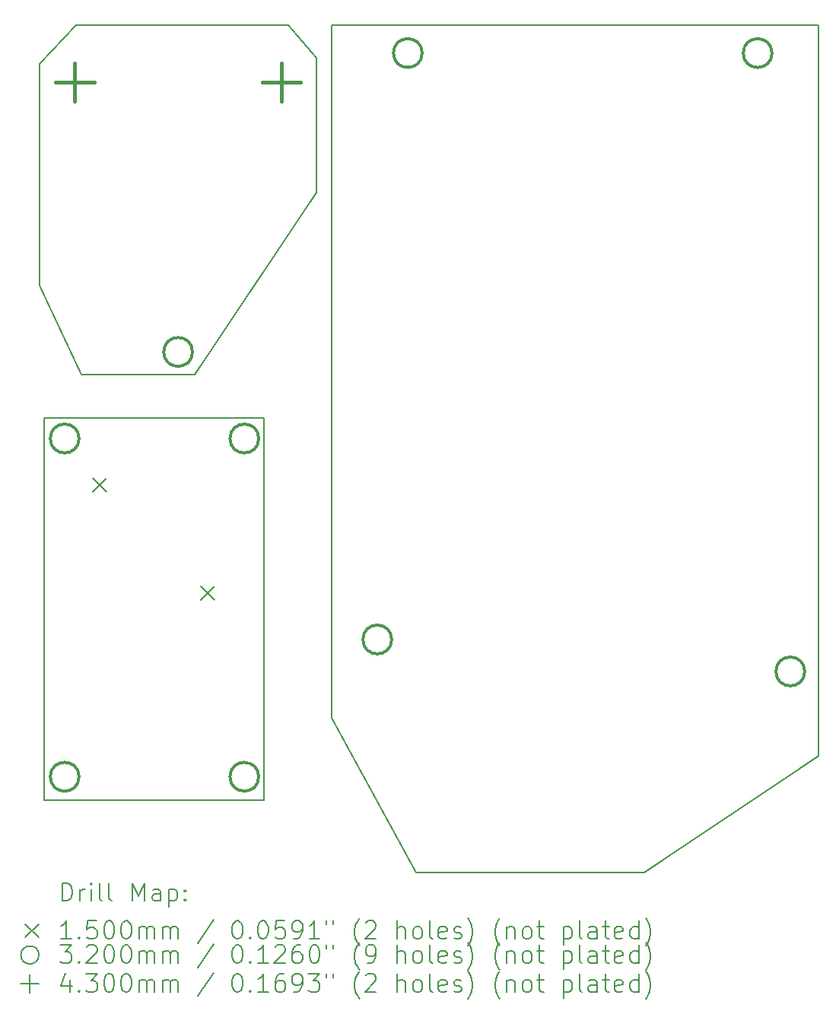
<source format=gbr>
%TF.GenerationSoftware,KiCad,Pcbnew,6.0.11+dfsg-1~bpo11+1*%
%TF.CreationDate,2025-04-08T22:30:38+02:00*%
%TF.ProjectId,v4d2_pico,76346432-5f70-4696-936f-2e6b69636164,rev?*%
%TF.SameCoordinates,Original*%
%TF.FileFunction,Drillmap*%
%TF.FilePolarity,Positive*%
%FSLAX45Y45*%
G04 Gerber Fmt 4.5, Leading zero omitted, Abs format (unit mm)*
G04 Created by KiCad (PCBNEW 6.0.11+dfsg-1~bpo11+1) date 2025-04-08 22:30:38*
%MOMM*%
%LPD*%
G01*
G04 APERTURE LIST*
%ADD10C,0.150000*%
%ADD11C,0.200000*%
%ADD12C,0.320000*%
%ADD13C,0.430000*%
G04 APERTURE END LIST*
D10*
X16954500Y-2260600D02*
X17360900Y-1828800D01*
X16954500Y-4724400D02*
X16954500Y-2260600D01*
X17424400Y-5715000D02*
X16954500Y-4724400D01*
X18681700Y-5715000D02*
X17424400Y-5715000D01*
X20040600Y-3695700D02*
X18681700Y-5715000D01*
X20040600Y-2197100D02*
X20040600Y-3695700D01*
X19723100Y-1828800D02*
X20040600Y-2197100D01*
X17360900Y-1828800D02*
X19723100Y-1828800D01*
X17005300Y-6197600D02*
X19456400Y-6197600D01*
X19456400Y-6197600D02*
X19456400Y-10452100D01*
X19456400Y-10452100D02*
X17005300Y-10452100D01*
X17005300Y-10452100D02*
X17005300Y-6197600D01*
X25628600Y-1828800D02*
X25628600Y-9956800D01*
X20205700Y-1828800D02*
X25628600Y-1828800D01*
X20205700Y-9537700D02*
X20205700Y-1828800D01*
X21145500Y-11252200D02*
X20205700Y-9537700D01*
X23685500Y-11252200D02*
X21145500Y-11252200D01*
X25628600Y-9956800D02*
X23685500Y-11252200D01*
D11*
D10*
X17549500Y-6869600D02*
X17699500Y-7019600D01*
X17699500Y-6869600D02*
X17549500Y-7019600D01*
X18749500Y-8069600D02*
X18899500Y-8219600D01*
X18899500Y-8069600D02*
X18749500Y-8219600D01*
D12*
X17394300Y-6426200D02*
G75*
G03*
X17394300Y-6426200I-160000J0D01*
G01*
X17394300Y-10187800D02*
G75*
G03*
X17394300Y-10187800I-160000J0D01*
G01*
X18656900Y-5463800D02*
G75*
G03*
X18656900Y-5463800I-160000J0D01*
G01*
X19394300Y-6426200D02*
G75*
G03*
X19394300Y-6426200I-160000J0D01*
G01*
X19394300Y-10187800D02*
G75*
G03*
X19394300Y-10187800I-160000J0D01*
G01*
X20873700Y-8661400D02*
G75*
G03*
X20873700Y-8661400I-160000J0D01*
G01*
X21213400Y-2139950D02*
G75*
G03*
X21213400Y-2139950I-160000J0D01*
G01*
X25107200Y-2139950D02*
G75*
G03*
X25107200Y-2139950I-160000J0D01*
G01*
X25471100Y-9017000D02*
G75*
G03*
X25471100Y-9017000I-160000J0D01*
G01*
D13*
X17346900Y-2248800D02*
X17346900Y-2678800D01*
X17131900Y-2463800D02*
X17561900Y-2463800D01*
X19646900Y-2248800D02*
X19646900Y-2678800D01*
X19431900Y-2463800D02*
X19861900Y-2463800D01*
D11*
X17204619Y-11570176D02*
X17204619Y-11370176D01*
X17252238Y-11370176D01*
X17280810Y-11379700D01*
X17299857Y-11398748D01*
X17309381Y-11417795D01*
X17318905Y-11455890D01*
X17318905Y-11484462D01*
X17309381Y-11522557D01*
X17299857Y-11541605D01*
X17280810Y-11560652D01*
X17252238Y-11570176D01*
X17204619Y-11570176D01*
X17404619Y-11570176D02*
X17404619Y-11436843D01*
X17404619Y-11474938D02*
X17414143Y-11455890D01*
X17423667Y-11446367D01*
X17442714Y-11436843D01*
X17461762Y-11436843D01*
X17528429Y-11570176D02*
X17528429Y-11436843D01*
X17528429Y-11370176D02*
X17518905Y-11379700D01*
X17528429Y-11389224D01*
X17537952Y-11379700D01*
X17528429Y-11370176D01*
X17528429Y-11389224D01*
X17652238Y-11570176D02*
X17633190Y-11560652D01*
X17623667Y-11541605D01*
X17623667Y-11370176D01*
X17757000Y-11570176D02*
X17737952Y-11560652D01*
X17728429Y-11541605D01*
X17728429Y-11370176D01*
X17985571Y-11570176D02*
X17985571Y-11370176D01*
X18052238Y-11513033D01*
X18118905Y-11370176D01*
X18118905Y-11570176D01*
X18299857Y-11570176D02*
X18299857Y-11465414D01*
X18290333Y-11446367D01*
X18271286Y-11436843D01*
X18233190Y-11436843D01*
X18214143Y-11446367D01*
X18299857Y-11560652D02*
X18280810Y-11570176D01*
X18233190Y-11570176D01*
X18214143Y-11560652D01*
X18204619Y-11541605D01*
X18204619Y-11522557D01*
X18214143Y-11503509D01*
X18233190Y-11493986D01*
X18280810Y-11493986D01*
X18299857Y-11484462D01*
X18395095Y-11436843D02*
X18395095Y-11636843D01*
X18395095Y-11446367D02*
X18414143Y-11436843D01*
X18452238Y-11436843D01*
X18471286Y-11446367D01*
X18480810Y-11455890D01*
X18490333Y-11474938D01*
X18490333Y-11532081D01*
X18480810Y-11551128D01*
X18471286Y-11560652D01*
X18452238Y-11570176D01*
X18414143Y-11570176D01*
X18395095Y-11560652D01*
X18576048Y-11551128D02*
X18585571Y-11560652D01*
X18576048Y-11570176D01*
X18566524Y-11560652D01*
X18576048Y-11551128D01*
X18576048Y-11570176D01*
X18576048Y-11446367D02*
X18585571Y-11455890D01*
X18576048Y-11465414D01*
X18566524Y-11455890D01*
X18576048Y-11446367D01*
X18576048Y-11465414D01*
D10*
X16797000Y-11824700D02*
X16947000Y-11974700D01*
X16947000Y-11824700D02*
X16797000Y-11974700D01*
D11*
X17309381Y-11990176D02*
X17195095Y-11990176D01*
X17252238Y-11990176D02*
X17252238Y-11790176D01*
X17233190Y-11818748D01*
X17214143Y-11837795D01*
X17195095Y-11847319D01*
X17395095Y-11971128D02*
X17404619Y-11980652D01*
X17395095Y-11990176D01*
X17385571Y-11980652D01*
X17395095Y-11971128D01*
X17395095Y-11990176D01*
X17585571Y-11790176D02*
X17490333Y-11790176D01*
X17480810Y-11885414D01*
X17490333Y-11875890D01*
X17509381Y-11866367D01*
X17557000Y-11866367D01*
X17576048Y-11875890D01*
X17585571Y-11885414D01*
X17595095Y-11904462D01*
X17595095Y-11952081D01*
X17585571Y-11971128D01*
X17576048Y-11980652D01*
X17557000Y-11990176D01*
X17509381Y-11990176D01*
X17490333Y-11980652D01*
X17480810Y-11971128D01*
X17718905Y-11790176D02*
X17737952Y-11790176D01*
X17757000Y-11799700D01*
X17766524Y-11809224D01*
X17776048Y-11828271D01*
X17785571Y-11866367D01*
X17785571Y-11913986D01*
X17776048Y-11952081D01*
X17766524Y-11971128D01*
X17757000Y-11980652D01*
X17737952Y-11990176D01*
X17718905Y-11990176D01*
X17699857Y-11980652D01*
X17690333Y-11971128D01*
X17680810Y-11952081D01*
X17671286Y-11913986D01*
X17671286Y-11866367D01*
X17680810Y-11828271D01*
X17690333Y-11809224D01*
X17699857Y-11799700D01*
X17718905Y-11790176D01*
X17909381Y-11790176D02*
X17928429Y-11790176D01*
X17947476Y-11799700D01*
X17957000Y-11809224D01*
X17966524Y-11828271D01*
X17976048Y-11866367D01*
X17976048Y-11913986D01*
X17966524Y-11952081D01*
X17957000Y-11971128D01*
X17947476Y-11980652D01*
X17928429Y-11990176D01*
X17909381Y-11990176D01*
X17890333Y-11980652D01*
X17880810Y-11971128D01*
X17871286Y-11952081D01*
X17861762Y-11913986D01*
X17861762Y-11866367D01*
X17871286Y-11828271D01*
X17880810Y-11809224D01*
X17890333Y-11799700D01*
X17909381Y-11790176D01*
X18061762Y-11990176D02*
X18061762Y-11856843D01*
X18061762Y-11875890D02*
X18071286Y-11866367D01*
X18090333Y-11856843D01*
X18118905Y-11856843D01*
X18137952Y-11866367D01*
X18147476Y-11885414D01*
X18147476Y-11990176D01*
X18147476Y-11885414D02*
X18157000Y-11866367D01*
X18176048Y-11856843D01*
X18204619Y-11856843D01*
X18223667Y-11866367D01*
X18233190Y-11885414D01*
X18233190Y-11990176D01*
X18328429Y-11990176D02*
X18328429Y-11856843D01*
X18328429Y-11875890D02*
X18337952Y-11866367D01*
X18357000Y-11856843D01*
X18385571Y-11856843D01*
X18404619Y-11866367D01*
X18414143Y-11885414D01*
X18414143Y-11990176D01*
X18414143Y-11885414D02*
X18423667Y-11866367D01*
X18442714Y-11856843D01*
X18471286Y-11856843D01*
X18490333Y-11866367D01*
X18499857Y-11885414D01*
X18499857Y-11990176D01*
X18890333Y-11780652D02*
X18718905Y-12037795D01*
X19147476Y-11790176D02*
X19166524Y-11790176D01*
X19185571Y-11799700D01*
X19195095Y-11809224D01*
X19204619Y-11828271D01*
X19214143Y-11866367D01*
X19214143Y-11913986D01*
X19204619Y-11952081D01*
X19195095Y-11971128D01*
X19185571Y-11980652D01*
X19166524Y-11990176D01*
X19147476Y-11990176D01*
X19128429Y-11980652D01*
X19118905Y-11971128D01*
X19109381Y-11952081D01*
X19099857Y-11913986D01*
X19099857Y-11866367D01*
X19109381Y-11828271D01*
X19118905Y-11809224D01*
X19128429Y-11799700D01*
X19147476Y-11790176D01*
X19299857Y-11971128D02*
X19309381Y-11980652D01*
X19299857Y-11990176D01*
X19290333Y-11980652D01*
X19299857Y-11971128D01*
X19299857Y-11990176D01*
X19433190Y-11790176D02*
X19452238Y-11790176D01*
X19471286Y-11799700D01*
X19480810Y-11809224D01*
X19490333Y-11828271D01*
X19499857Y-11866367D01*
X19499857Y-11913986D01*
X19490333Y-11952081D01*
X19480810Y-11971128D01*
X19471286Y-11980652D01*
X19452238Y-11990176D01*
X19433190Y-11990176D01*
X19414143Y-11980652D01*
X19404619Y-11971128D01*
X19395095Y-11952081D01*
X19385571Y-11913986D01*
X19385571Y-11866367D01*
X19395095Y-11828271D01*
X19404619Y-11809224D01*
X19414143Y-11799700D01*
X19433190Y-11790176D01*
X19680810Y-11790176D02*
X19585571Y-11790176D01*
X19576048Y-11885414D01*
X19585571Y-11875890D01*
X19604619Y-11866367D01*
X19652238Y-11866367D01*
X19671286Y-11875890D01*
X19680810Y-11885414D01*
X19690333Y-11904462D01*
X19690333Y-11952081D01*
X19680810Y-11971128D01*
X19671286Y-11980652D01*
X19652238Y-11990176D01*
X19604619Y-11990176D01*
X19585571Y-11980652D01*
X19576048Y-11971128D01*
X19785571Y-11990176D02*
X19823667Y-11990176D01*
X19842714Y-11980652D01*
X19852238Y-11971128D01*
X19871286Y-11942557D01*
X19880810Y-11904462D01*
X19880810Y-11828271D01*
X19871286Y-11809224D01*
X19861762Y-11799700D01*
X19842714Y-11790176D01*
X19804619Y-11790176D01*
X19785571Y-11799700D01*
X19776048Y-11809224D01*
X19766524Y-11828271D01*
X19766524Y-11875890D01*
X19776048Y-11894938D01*
X19785571Y-11904462D01*
X19804619Y-11913986D01*
X19842714Y-11913986D01*
X19861762Y-11904462D01*
X19871286Y-11894938D01*
X19880810Y-11875890D01*
X20071286Y-11990176D02*
X19957000Y-11990176D01*
X20014143Y-11990176D02*
X20014143Y-11790176D01*
X19995095Y-11818748D01*
X19976048Y-11837795D01*
X19957000Y-11847319D01*
X20147476Y-11790176D02*
X20147476Y-11828271D01*
X20223667Y-11790176D02*
X20223667Y-11828271D01*
X20518905Y-12066367D02*
X20509381Y-12056843D01*
X20490333Y-12028271D01*
X20480810Y-12009224D01*
X20471286Y-11980652D01*
X20461762Y-11933033D01*
X20461762Y-11894938D01*
X20471286Y-11847319D01*
X20480810Y-11818748D01*
X20490333Y-11799700D01*
X20509381Y-11771128D01*
X20518905Y-11761605D01*
X20585571Y-11809224D02*
X20595095Y-11799700D01*
X20614143Y-11790176D01*
X20661762Y-11790176D01*
X20680810Y-11799700D01*
X20690333Y-11809224D01*
X20699857Y-11828271D01*
X20699857Y-11847319D01*
X20690333Y-11875890D01*
X20576048Y-11990176D01*
X20699857Y-11990176D01*
X20937952Y-11990176D02*
X20937952Y-11790176D01*
X21023667Y-11990176D02*
X21023667Y-11885414D01*
X21014143Y-11866367D01*
X20995095Y-11856843D01*
X20966524Y-11856843D01*
X20947476Y-11866367D01*
X20937952Y-11875890D01*
X21147476Y-11990176D02*
X21128429Y-11980652D01*
X21118905Y-11971128D01*
X21109381Y-11952081D01*
X21109381Y-11894938D01*
X21118905Y-11875890D01*
X21128429Y-11866367D01*
X21147476Y-11856843D01*
X21176048Y-11856843D01*
X21195095Y-11866367D01*
X21204619Y-11875890D01*
X21214143Y-11894938D01*
X21214143Y-11952081D01*
X21204619Y-11971128D01*
X21195095Y-11980652D01*
X21176048Y-11990176D01*
X21147476Y-11990176D01*
X21328429Y-11990176D02*
X21309381Y-11980652D01*
X21299857Y-11961605D01*
X21299857Y-11790176D01*
X21480810Y-11980652D02*
X21461762Y-11990176D01*
X21423667Y-11990176D01*
X21404619Y-11980652D01*
X21395095Y-11961605D01*
X21395095Y-11885414D01*
X21404619Y-11866367D01*
X21423667Y-11856843D01*
X21461762Y-11856843D01*
X21480810Y-11866367D01*
X21490333Y-11885414D01*
X21490333Y-11904462D01*
X21395095Y-11923509D01*
X21566524Y-11980652D02*
X21585571Y-11990176D01*
X21623667Y-11990176D01*
X21642714Y-11980652D01*
X21652238Y-11961605D01*
X21652238Y-11952081D01*
X21642714Y-11933033D01*
X21623667Y-11923509D01*
X21595095Y-11923509D01*
X21576048Y-11913986D01*
X21566524Y-11894938D01*
X21566524Y-11885414D01*
X21576048Y-11866367D01*
X21595095Y-11856843D01*
X21623667Y-11856843D01*
X21642714Y-11866367D01*
X21718905Y-12066367D02*
X21728429Y-12056843D01*
X21747476Y-12028271D01*
X21757000Y-12009224D01*
X21766524Y-11980652D01*
X21776048Y-11933033D01*
X21776048Y-11894938D01*
X21766524Y-11847319D01*
X21757000Y-11818748D01*
X21747476Y-11799700D01*
X21728429Y-11771128D01*
X21718905Y-11761605D01*
X22080810Y-12066367D02*
X22071286Y-12056843D01*
X22052238Y-12028271D01*
X22042714Y-12009224D01*
X22033190Y-11980652D01*
X22023667Y-11933033D01*
X22023667Y-11894938D01*
X22033190Y-11847319D01*
X22042714Y-11818748D01*
X22052238Y-11799700D01*
X22071286Y-11771128D01*
X22080810Y-11761605D01*
X22157000Y-11856843D02*
X22157000Y-11990176D01*
X22157000Y-11875890D02*
X22166524Y-11866367D01*
X22185571Y-11856843D01*
X22214143Y-11856843D01*
X22233190Y-11866367D01*
X22242714Y-11885414D01*
X22242714Y-11990176D01*
X22366524Y-11990176D02*
X22347476Y-11980652D01*
X22337952Y-11971128D01*
X22328429Y-11952081D01*
X22328429Y-11894938D01*
X22337952Y-11875890D01*
X22347476Y-11866367D01*
X22366524Y-11856843D01*
X22395095Y-11856843D01*
X22414143Y-11866367D01*
X22423667Y-11875890D01*
X22433190Y-11894938D01*
X22433190Y-11952081D01*
X22423667Y-11971128D01*
X22414143Y-11980652D01*
X22395095Y-11990176D01*
X22366524Y-11990176D01*
X22490333Y-11856843D02*
X22566524Y-11856843D01*
X22518905Y-11790176D02*
X22518905Y-11961605D01*
X22528428Y-11980652D01*
X22547476Y-11990176D01*
X22566524Y-11990176D01*
X22785571Y-11856843D02*
X22785571Y-12056843D01*
X22785571Y-11866367D02*
X22804619Y-11856843D01*
X22842714Y-11856843D01*
X22861762Y-11866367D01*
X22871286Y-11875890D01*
X22880809Y-11894938D01*
X22880809Y-11952081D01*
X22871286Y-11971128D01*
X22861762Y-11980652D01*
X22842714Y-11990176D01*
X22804619Y-11990176D01*
X22785571Y-11980652D01*
X22995095Y-11990176D02*
X22976048Y-11980652D01*
X22966524Y-11961605D01*
X22966524Y-11790176D01*
X23157000Y-11990176D02*
X23157000Y-11885414D01*
X23147476Y-11866367D01*
X23128428Y-11856843D01*
X23090333Y-11856843D01*
X23071286Y-11866367D01*
X23157000Y-11980652D02*
X23137952Y-11990176D01*
X23090333Y-11990176D01*
X23071286Y-11980652D01*
X23061762Y-11961605D01*
X23061762Y-11942557D01*
X23071286Y-11923509D01*
X23090333Y-11913986D01*
X23137952Y-11913986D01*
X23157000Y-11904462D01*
X23223667Y-11856843D02*
X23299857Y-11856843D01*
X23252238Y-11790176D02*
X23252238Y-11961605D01*
X23261762Y-11980652D01*
X23280809Y-11990176D01*
X23299857Y-11990176D01*
X23442714Y-11980652D02*
X23423667Y-11990176D01*
X23385571Y-11990176D01*
X23366524Y-11980652D01*
X23357000Y-11961605D01*
X23357000Y-11885414D01*
X23366524Y-11866367D01*
X23385571Y-11856843D01*
X23423667Y-11856843D01*
X23442714Y-11866367D01*
X23452238Y-11885414D01*
X23452238Y-11904462D01*
X23357000Y-11923509D01*
X23623667Y-11990176D02*
X23623667Y-11790176D01*
X23623667Y-11980652D02*
X23604619Y-11990176D01*
X23566524Y-11990176D01*
X23547476Y-11980652D01*
X23537952Y-11971128D01*
X23528428Y-11952081D01*
X23528428Y-11894938D01*
X23537952Y-11875890D01*
X23547476Y-11866367D01*
X23566524Y-11856843D01*
X23604619Y-11856843D01*
X23623667Y-11866367D01*
X23699857Y-12066367D02*
X23709381Y-12056843D01*
X23728428Y-12028271D01*
X23737952Y-12009224D01*
X23747476Y-11980652D01*
X23757000Y-11933033D01*
X23757000Y-11894938D01*
X23747476Y-11847319D01*
X23737952Y-11818748D01*
X23728428Y-11799700D01*
X23709381Y-11771128D01*
X23699857Y-11761605D01*
X16947000Y-12169700D02*
G75*
G03*
X16947000Y-12169700I-100000J0D01*
G01*
X17185571Y-12060176D02*
X17309381Y-12060176D01*
X17242714Y-12136367D01*
X17271286Y-12136367D01*
X17290333Y-12145890D01*
X17299857Y-12155414D01*
X17309381Y-12174462D01*
X17309381Y-12222081D01*
X17299857Y-12241128D01*
X17290333Y-12250652D01*
X17271286Y-12260176D01*
X17214143Y-12260176D01*
X17195095Y-12250652D01*
X17185571Y-12241128D01*
X17395095Y-12241128D02*
X17404619Y-12250652D01*
X17395095Y-12260176D01*
X17385571Y-12250652D01*
X17395095Y-12241128D01*
X17395095Y-12260176D01*
X17480810Y-12079224D02*
X17490333Y-12069700D01*
X17509381Y-12060176D01*
X17557000Y-12060176D01*
X17576048Y-12069700D01*
X17585571Y-12079224D01*
X17595095Y-12098271D01*
X17595095Y-12117319D01*
X17585571Y-12145890D01*
X17471286Y-12260176D01*
X17595095Y-12260176D01*
X17718905Y-12060176D02*
X17737952Y-12060176D01*
X17757000Y-12069700D01*
X17766524Y-12079224D01*
X17776048Y-12098271D01*
X17785571Y-12136367D01*
X17785571Y-12183986D01*
X17776048Y-12222081D01*
X17766524Y-12241128D01*
X17757000Y-12250652D01*
X17737952Y-12260176D01*
X17718905Y-12260176D01*
X17699857Y-12250652D01*
X17690333Y-12241128D01*
X17680810Y-12222081D01*
X17671286Y-12183986D01*
X17671286Y-12136367D01*
X17680810Y-12098271D01*
X17690333Y-12079224D01*
X17699857Y-12069700D01*
X17718905Y-12060176D01*
X17909381Y-12060176D02*
X17928429Y-12060176D01*
X17947476Y-12069700D01*
X17957000Y-12079224D01*
X17966524Y-12098271D01*
X17976048Y-12136367D01*
X17976048Y-12183986D01*
X17966524Y-12222081D01*
X17957000Y-12241128D01*
X17947476Y-12250652D01*
X17928429Y-12260176D01*
X17909381Y-12260176D01*
X17890333Y-12250652D01*
X17880810Y-12241128D01*
X17871286Y-12222081D01*
X17861762Y-12183986D01*
X17861762Y-12136367D01*
X17871286Y-12098271D01*
X17880810Y-12079224D01*
X17890333Y-12069700D01*
X17909381Y-12060176D01*
X18061762Y-12260176D02*
X18061762Y-12126843D01*
X18061762Y-12145890D02*
X18071286Y-12136367D01*
X18090333Y-12126843D01*
X18118905Y-12126843D01*
X18137952Y-12136367D01*
X18147476Y-12155414D01*
X18147476Y-12260176D01*
X18147476Y-12155414D02*
X18157000Y-12136367D01*
X18176048Y-12126843D01*
X18204619Y-12126843D01*
X18223667Y-12136367D01*
X18233190Y-12155414D01*
X18233190Y-12260176D01*
X18328429Y-12260176D02*
X18328429Y-12126843D01*
X18328429Y-12145890D02*
X18337952Y-12136367D01*
X18357000Y-12126843D01*
X18385571Y-12126843D01*
X18404619Y-12136367D01*
X18414143Y-12155414D01*
X18414143Y-12260176D01*
X18414143Y-12155414D02*
X18423667Y-12136367D01*
X18442714Y-12126843D01*
X18471286Y-12126843D01*
X18490333Y-12136367D01*
X18499857Y-12155414D01*
X18499857Y-12260176D01*
X18890333Y-12050652D02*
X18718905Y-12307795D01*
X19147476Y-12060176D02*
X19166524Y-12060176D01*
X19185571Y-12069700D01*
X19195095Y-12079224D01*
X19204619Y-12098271D01*
X19214143Y-12136367D01*
X19214143Y-12183986D01*
X19204619Y-12222081D01*
X19195095Y-12241128D01*
X19185571Y-12250652D01*
X19166524Y-12260176D01*
X19147476Y-12260176D01*
X19128429Y-12250652D01*
X19118905Y-12241128D01*
X19109381Y-12222081D01*
X19099857Y-12183986D01*
X19099857Y-12136367D01*
X19109381Y-12098271D01*
X19118905Y-12079224D01*
X19128429Y-12069700D01*
X19147476Y-12060176D01*
X19299857Y-12241128D02*
X19309381Y-12250652D01*
X19299857Y-12260176D01*
X19290333Y-12250652D01*
X19299857Y-12241128D01*
X19299857Y-12260176D01*
X19499857Y-12260176D02*
X19385571Y-12260176D01*
X19442714Y-12260176D02*
X19442714Y-12060176D01*
X19423667Y-12088748D01*
X19404619Y-12107795D01*
X19385571Y-12117319D01*
X19576048Y-12079224D02*
X19585571Y-12069700D01*
X19604619Y-12060176D01*
X19652238Y-12060176D01*
X19671286Y-12069700D01*
X19680810Y-12079224D01*
X19690333Y-12098271D01*
X19690333Y-12117319D01*
X19680810Y-12145890D01*
X19566524Y-12260176D01*
X19690333Y-12260176D01*
X19861762Y-12060176D02*
X19823667Y-12060176D01*
X19804619Y-12069700D01*
X19795095Y-12079224D01*
X19776048Y-12107795D01*
X19766524Y-12145890D01*
X19766524Y-12222081D01*
X19776048Y-12241128D01*
X19785571Y-12250652D01*
X19804619Y-12260176D01*
X19842714Y-12260176D01*
X19861762Y-12250652D01*
X19871286Y-12241128D01*
X19880810Y-12222081D01*
X19880810Y-12174462D01*
X19871286Y-12155414D01*
X19861762Y-12145890D01*
X19842714Y-12136367D01*
X19804619Y-12136367D01*
X19785571Y-12145890D01*
X19776048Y-12155414D01*
X19766524Y-12174462D01*
X20004619Y-12060176D02*
X20023667Y-12060176D01*
X20042714Y-12069700D01*
X20052238Y-12079224D01*
X20061762Y-12098271D01*
X20071286Y-12136367D01*
X20071286Y-12183986D01*
X20061762Y-12222081D01*
X20052238Y-12241128D01*
X20042714Y-12250652D01*
X20023667Y-12260176D01*
X20004619Y-12260176D01*
X19985571Y-12250652D01*
X19976048Y-12241128D01*
X19966524Y-12222081D01*
X19957000Y-12183986D01*
X19957000Y-12136367D01*
X19966524Y-12098271D01*
X19976048Y-12079224D01*
X19985571Y-12069700D01*
X20004619Y-12060176D01*
X20147476Y-12060176D02*
X20147476Y-12098271D01*
X20223667Y-12060176D02*
X20223667Y-12098271D01*
X20518905Y-12336367D02*
X20509381Y-12326843D01*
X20490333Y-12298271D01*
X20480810Y-12279224D01*
X20471286Y-12250652D01*
X20461762Y-12203033D01*
X20461762Y-12164938D01*
X20471286Y-12117319D01*
X20480810Y-12088748D01*
X20490333Y-12069700D01*
X20509381Y-12041128D01*
X20518905Y-12031605D01*
X20604619Y-12260176D02*
X20642714Y-12260176D01*
X20661762Y-12250652D01*
X20671286Y-12241128D01*
X20690333Y-12212557D01*
X20699857Y-12174462D01*
X20699857Y-12098271D01*
X20690333Y-12079224D01*
X20680810Y-12069700D01*
X20661762Y-12060176D01*
X20623667Y-12060176D01*
X20604619Y-12069700D01*
X20595095Y-12079224D01*
X20585571Y-12098271D01*
X20585571Y-12145890D01*
X20595095Y-12164938D01*
X20604619Y-12174462D01*
X20623667Y-12183986D01*
X20661762Y-12183986D01*
X20680810Y-12174462D01*
X20690333Y-12164938D01*
X20699857Y-12145890D01*
X20937952Y-12260176D02*
X20937952Y-12060176D01*
X21023667Y-12260176D02*
X21023667Y-12155414D01*
X21014143Y-12136367D01*
X20995095Y-12126843D01*
X20966524Y-12126843D01*
X20947476Y-12136367D01*
X20937952Y-12145890D01*
X21147476Y-12260176D02*
X21128429Y-12250652D01*
X21118905Y-12241128D01*
X21109381Y-12222081D01*
X21109381Y-12164938D01*
X21118905Y-12145890D01*
X21128429Y-12136367D01*
X21147476Y-12126843D01*
X21176048Y-12126843D01*
X21195095Y-12136367D01*
X21204619Y-12145890D01*
X21214143Y-12164938D01*
X21214143Y-12222081D01*
X21204619Y-12241128D01*
X21195095Y-12250652D01*
X21176048Y-12260176D01*
X21147476Y-12260176D01*
X21328429Y-12260176D02*
X21309381Y-12250652D01*
X21299857Y-12231605D01*
X21299857Y-12060176D01*
X21480810Y-12250652D02*
X21461762Y-12260176D01*
X21423667Y-12260176D01*
X21404619Y-12250652D01*
X21395095Y-12231605D01*
X21395095Y-12155414D01*
X21404619Y-12136367D01*
X21423667Y-12126843D01*
X21461762Y-12126843D01*
X21480810Y-12136367D01*
X21490333Y-12155414D01*
X21490333Y-12174462D01*
X21395095Y-12193509D01*
X21566524Y-12250652D02*
X21585571Y-12260176D01*
X21623667Y-12260176D01*
X21642714Y-12250652D01*
X21652238Y-12231605D01*
X21652238Y-12222081D01*
X21642714Y-12203033D01*
X21623667Y-12193509D01*
X21595095Y-12193509D01*
X21576048Y-12183986D01*
X21566524Y-12164938D01*
X21566524Y-12155414D01*
X21576048Y-12136367D01*
X21595095Y-12126843D01*
X21623667Y-12126843D01*
X21642714Y-12136367D01*
X21718905Y-12336367D02*
X21728429Y-12326843D01*
X21747476Y-12298271D01*
X21757000Y-12279224D01*
X21766524Y-12250652D01*
X21776048Y-12203033D01*
X21776048Y-12164938D01*
X21766524Y-12117319D01*
X21757000Y-12088748D01*
X21747476Y-12069700D01*
X21728429Y-12041128D01*
X21718905Y-12031605D01*
X22080810Y-12336367D02*
X22071286Y-12326843D01*
X22052238Y-12298271D01*
X22042714Y-12279224D01*
X22033190Y-12250652D01*
X22023667Y-12203033D01*
X22023667Y-12164938D01*
X22033190Y-12117319D01*
X22042714Y-12088748D01*
X22052238Y-12069700D01*
X22071286Y-12041128D01*
X22080810Y-12031605D01*
X22157000Y-12126843D02*
X22157000Y-12260176D01*
X22157000Y-12145890D02*
X22166524Y-12136367D01*
X22185571Y-12126843D01*
X22214143Y-12126843D01*
X22233190Y-12136367D01*
X22242714Y-12155414D01*
X22242714Y-12260176D01*
X22366524Y-12260176D02*
X22347476Y-12250652D01*
X22337952Y-12241128D01*
X22328429Y-12222081D01*
X22328429Y-12164938D01*
X22337952Y-12145890D01*
X22347476Y-12136367D01*
X22366524Y-12126843D01*
X22395095Y-12126843D01*
X22414143Y-12136367D01*
X22423667Y-12145890D01*
X22433190Y-12164938D01*
X22433190Y-12222081D01*
X22423667Y-12241128D01*
X22414143Y-12250652D01*
X22395095Y-12260176D01*
X22366524Y-12260176D01*
X22490333Y-12126843D02*
X22566524Y-12126843D01*
X22518905Y-12060176D02*
X22518905Y-12231605D01*
X22528428Y-12250652D01*
X22547476Y-12260176D01*
X22566524Y-12260176D01*
X22785571Y-12126843D02*
X22785571Y-12326843D01*
X22785571Y-12136367D02*
X22804619Y-12126843D01*
X22842714Y-12126843D01*
X22861762Y-12136367D01*
X22871286Y-12145890D01*
X22880809Y-12164938D01*
X22880809Y-12222081D01*
X22871286Y-12241128D01*
X22861762Y-12250652D01*
X22842714Y-12260176D01*
X22804619Y-12260176D01*
X22785571Y-12250652D01*
X22995095Y-12260176D02*
X22976048Y-12250652D01*
X22966524Y-12231605D01*
X22966524Y-12060176D01*
X23157000Y-12260176D02*
X23157000Y-12155414D01*
X23147476Y-12136367D01*
X23128428Y-12126843D01*
X23090333Y-12126843D01*
X23071286Y-12136367D01*
X23157000Y-12250652D02*
X23137952Y-12260176D01*
X23090333Y-12260176D01*
X23071286Y-12250652D01*
X23061762Y-12231605D01*
X23061762Y-12212557D01*
X23071286Y-12193509D01*
X23090333Y-12183986D01*
X23137952Y-12183986D01*
X23157000Y-12174462D01*
X23223667Y-12126843D02*
X23299857Y-12126843D01*
X23252238Y-12060176D02*
X23252238Y-12231605D01*
X23261762Y-12250652D01*
X23280809Y-12260176D01*
X23299857Y-12260176D01*
X23442714Y-12250652D02*
X23423667Y-12260176D01*
X23385571Y-12260176D01*
X23366524Y-12250652D01*
X23357000Y-12231605D01*
X23357000Y-12155414D01*
X23366524Y-12136367D01*
X23385571Y-12126843D01*
X23423667Y-12126843D01*
X23442714Y-12136367D01*
X23452238Y-12155414D01*
X23452238Y-12174462D01*
X23357000Y-12193509D01*
X23623667Y-12260176D02*
X23623667Y-12060176D01*
X23623667Y-12250652D02*
X23604619Y-12260176D01*
X23566524Y-12260176D01*
X23547476Y-12250652D01*
X23537952Y-12241128D01*
X23528428Y-12222081D01*
X23528428Y-12164938D01*
X23537952Y-12145890D01*
X23547476Y-12136367D01*
X23566524Y-12126843D01*
X23604619Y-12126843D01*
X23623667Y-12136367D01*
X23699857Y-12336367D02*
X23709381Y-12326843D01*
X23728428Y-12298271D01*
X23737952Y-12279224D01*
X23747476Y-12250652D01*
X23757000Y-12203033D01*
X23757000Y-12164938D01*
X23747476Y-12117319D01*
X23737952Y-12088748D01*
X23728428Y-12069700D01*
X23709381Y-12041128D01*
X23699857Y-12031605D01*
X16847000Y-12389700D02*
X16847000Y-12589700D01*
X16747000Y-12489700D02*
X16947000Y-12489700D01*
X17290333Y-12446843D02*
X17290333Y-12580176D01*
X17242714Y-12370652D02*
X17195095Y-12513509D01*
X17318905Y-12513509D01*
X17395095Y-12561128D02*
X17404619Y-12570652D01*
X17395095Y-12580176D01*
X17385571Y-12570652D01*
X17395095Y-12561128D01*
X17395095Y-12580176D01*
X17471286Y-12380176D02*
X17595095Y-12380176D01*
X17528429Y-12456367D01*
X17557000Y-12456367D01*
X17576048Y-12465890D01*
X17585571Y-12475414D01*
X17595095Y-12494462D01*
X17595095Y-12542081D01*
X17585571Y-12561128D01*
X17576048Y-12570652D01*
X17557000Y-12580176D01*
X17499857Y-12580176D01*
X17480810Y-12570652D01*
X17471286Y-12561128D01*
X17718905Y-12380176D02*
X17737952Y-12380176D01*
X17757000Y-12389700D01*
X17766524Y-12399224D01*
X17776048Y-12418271D01*
X17785571Y-12456367D01*
X17785571Y-12503986D01*
X17776048Y-12542081D01*
X17766524Y-12561128D01*
X17757000Y-12570652D01*
X17737952Y-12580176D01*
X17718905Y-12580176D01*
X17699857Y-12570652D01*
X17690333Y-12561128D01*
X17680810Y-12542081D01*
X17671286Y-12503986D01*
X17671286Y-12456367D01*
X17680810Y-12418271D01*
X17690333Y-12399224D01*
X17699857Y-12389700D01*
X17718905Y-12380176D01*
X17909381Y-12380176D02*
X17928429Y-12380176D01*
X17947476Y-12389700D01*
X17957000Y-12399224D01*
X17966524Y-12418271D01*
X17976048Y-12456367D01*
X17976048Y-12503986D01*
X17966524Y-12542081D01*
X17957000Y-12561128D01*
X17947476Y-12570652D01*
X17928429Y-12580176D01*
X17909381Y-12580176D01*
X17890333Y-12570652D01*
X17880810Y-12561128D01*
X17871286Y-12542081D01*
X17861762Y-12503986D01*
X17861762Y-12456367D01*
X17871286Y-12418271D01*
X17880810Y-12399224D01*
X17890333Y-12389700D01*
X17909381Y-12380176D01*
X18061762Y-12580176D02*
X18061762Y-12446843D01*
X18061762Y-12465890D02*
X18071286Y-12456367D01*
X18090333Y-12446843D01*
X18118905Y-12446843D01*
X18137952Y-12456367D01*
X18147476Y-12475414D01*
X18147476Y-12580176D01*
X18147476Y-12475414D02*
X18157000Y-12456367D01*
X18176048Y-12446843D01*
X18204619Y-12446843D01*
X18223667Y-12456367D01*
X18233190Y-12475414D01*
X18233190Y-12580176D01*
X18328429Y-12580176D02*
X18328429Y-12446843D01*
X18328429Y-12465890D02*
X18337952Y-12456367D01*
X18357000Y-12446843D01*
X18385571Y-12446843D01*
X18404619Y-12456367D01*
X18414143Y-12475414D01*
X18414143Y-12580176D01*
X18414143Y-12475414D02*
X18423667Y-12456367D01*
X18442714Y-12446843D01*
X18471286Y-12446843D01*
X18490333Y-12456367D01*
X18499857Y-12475414D01*
X18499857Y-12580176D01*
X18890333Y-12370652D02*
X18718905Y-12627795D01*
X19147476Y-12380176D02*
X19166524Y-12380176D01*
X19185571Y-12389700D01*
X19195095Y-12399224D01*
X19204619Y-12418271D01*
X19214143Y-12456367D01*
X19214143Y-12503986D01*
X19204619Y-12542081D01*
X19195095Y-12561128D01*
X19185571Y-12570652D01*
X19166524Y-12580176D01*
X19147476Y-12580176D01*
X19128429Y-12570652D01*
X19118905Y-12561128D01*
X19109381Y-12542081D01*
X19099857Y-12503986D01*
X19099857Y-12456367D01*
X19109381Y-12418271D01*
X19118905Y-12399224D01*
X19128429Y-12389700D01*
X19147476Y-12380176D01*
X19299857Y-12561128D02*
X19309381Y-12570652D01*
X19299857Y-12580176D01*
X19290333Y-12570652D01*
X19299857Y-12561128D01*
X19299857Y-12580176D01*
X19499857Y-12580176D02*
X19385571Y-12580176D01*
X19442714Y-12580176D02*
X19442714Y-12380176D01*
X19423667Y-12408748D01*
X19404619Y-12427795D01*
X19385571Y-12437319D01*
X19671286Y-12380176D02*
X19633190Y-12380176D01*
X19614143Y-12389700D01*
X19604619Y-12399224D01*
X19585571Y-12427795D01*
X19576048Y-12465890D01*
X19576048Y-12542081D01*
X19585571Y-12561128D01*
X19595095Y-12570652D01*
X19614143Y-12580176D01*
X19652238Y-12580176D01*
X19671286Y-12570652D01*
X19680810Y-12561128D01*
X19690333Y-12542081D01*
X19690333Y-12494462D01*
X19680810Y-12475414D01*
X19671286Y-12465890D01*
X19652238Y-12456367D01*
X19614143Y-12456367D01*
X19595095Y-12465890D01*
X19585571Y-12475414D01*
X19576048Y-12494462D01*
X19785571Y-12580176D02*
X19823667Y-12580176D01*
X19842714Y-12570652D01*
X19852238Y-12561128D01*
X19871286Y-12532557D01*
X19880810Y-12494462D01*
X19880810Y-12418271D01*
X19871286Y-12399224D01*
X19861762Y-12389700D01*
X19842714Y-12380176D01*
X19804619Y-12380176D01*
X19785571Y-12389700D01*
X19776048Y-12399224D01*
X19766524Y-12418271D01*
X19766524Y-12465890D01*
X19776048Y-12484938D01*
X19785571Y-12494462D01*
X19804619Y-12503986D01*
X19842714Y-12503986D01*
X19861762Y-12494462D01*
X19871286Y-12484938D01*
X19880810Y-12465890D01*
X19947476Y-12380176D02*
X20071286Y-12380176D01*
X20004619Y-12456367D01*
X20033190Y-12456367D01*
X20052238Y-12465890D01*
X20061762Y-12475414D01*
X20071286Y-12494462D01*
X20071286Y-12542081D01*
X20061762Y-12561128D01*
X20052238Y-12570652D01*
X20033190Y-12580176D01*
X19976048Y-12580176D01*
X19957000Y-12570652D01*
X19947476Y-12561128D01*
X20147476Y-12380176D02*
X20147476Y-12418271D01*
X20223667Y-12380176D02*
X20223667Y-12418271D01*
X20518905Y-12656367D02*
X20509381Y-12646843D01*
X20490333Y-12618271D01*
X20480810Y-12599224D01*
X20471286Y-12570652D01*
X20461762Y-12523033D01*
X20461762Y-12484938D01*
X20471286Y-12437319D01*
X20480810Y-12408748D01*
X20490333Y-12389700D01*
X20509381Y-12361128D01*
X20518905Y-12351605D01*
X20585571Y-12399224D02*
X20595095Y-12389700D01*
X20614143Y-12380176D01*
X20661762Y-12380176D01*
X20680810Y-12389700D01*
X20690333Y-12399224D01*
X20699857Y-12418271D01*
X20699857Y-12437319D01*
X20690333Y-12465890D01*
X20576048Y-12580176D01*
X20699857Y-12580176D01*
X20937952Y-12580176D02*
X20937952Y-12380176D01*
X21023667Y-12580176D02*
X21023667Y-12475414D01*
X21014143Y-12456367D01*
X20995095Y-12446843D01*
X20966524Y-12446843D01*
X20947476Y-12456367D01*
X20937952Y-12465890D01*
X21147476Y-12580176D02*
X21128429Y-12570652D01*
X21118905Y-12561128D01*
X21109381Y-12542081D01*
X21109381Y-12484938D01*
X21118905Y-12465890D01*
X21128429Y-12456367D01*
X21147476Y-12446843D01*
X21176048Y-12446843D01*
X21195095Y-12456367D01*
X21204619Y-12465890D01*
X21214143Y-12484938D01*
X21214143Y-12542081D01*
X21204619Y-12561128D01*
X21195095Y-12570652D01*
X21176048Y-12580176D01*
X21147476Y-12580176D01*
X21328429Y-12580176D02*
X21309381Y-12570652D01*
X21299857Y-12551605D01*
X21299857Y-12380176D01*
X21480810Y-12570652D02*
X21461762Y-12580176D01*
X21423667Y-12580176D01*
X21404619Y-12570652D01*
X21395095Y-12551605D01*
X21395095Y-12475414D01*
X21404619Y-12456367D01*
X21423667Y-12446843D01*
X21461762Y-12446843D01*
X21480810Y-12456367D01*
X21490333Y-12475414D01*
X21490333Y-12494462D01*
X21395095Y-12513509D01*
X21566524Y-12570652D02*
X21585571Y-12580176D01*
X21623667Y-12580176D01*
X21642714Y-12570652D01*
X21652238Y-12551605D01*
X21652238Y-12542081D01*
X21642714Y-12523033D01*
X21623667Y-12513509D01*
X21595095Y-12513509D01*
X21576048Y-12503986D01*
X21566524Y-12484938D01*
X21566524Y-12475414D01*
X21576048Y-12456367D01*
X21595095Y-12446843D01*
X21623667Y-12446843D01*
X21642714Y-12456367D01*
X21718905Y-12656367D02*
X21728429Y-12646843D01*
X21747476Y-12618271D01*
X21757000Y-12599224D01*
X21766524Y-12570652D01*
X21776048Y-12523033D01*
X21776048Y-12484938D01*
X21766524Y-12437319D01*
X21757000Y-12408748D01*
X21747476Y-12389700D01*
X21728429Y-12361128D01*
X21718905Y-12351605D01*
X22080810Y-12656367D02*
X22071286Y-12646843D01*
X22052238Y-12618271D01*
X22042714Y-12599224D01*
X22033190Y-12570652D01*
X22023667Y-12523033D01*
X22023667Y-12484938D01*
X22033190Y-12437319D01*
X22042714Y-12408748D01*
X22052238Y-12389700D01*
X22071286Y-12361128D01*
X22080810Y-12351605D01*
X22157000Y-12446843D02*
X22157000Y-12580176D01*
X22157000Y-12465890D02*
X22166524Y-12456367D01*
X22185571Y-12446843D01*
X22214143Y-12446843D01*
X22233190Y-12456367D01*
X22242714Y-12475414D01*
X22242714Y-12580176D01*
X22366524Y-12580176D02*
X22347476Y-12570652D01*
X22337952Y-12561128D01*
X22328429Y-12542081D01*
X22328429Y-12484938D01*
X22337952Y-12465890D01*
X22347476Y-12456367D01*
X22366524Y-12446843D01*
X22395095Y-12446843D01*
X22414143Y-12456367D01*
X22423667Y-12465890D01*
X22433190Y-12484938D01*
X22433190Y-12542081D01*
X22423667Y-12561128D01*
X22414143Y-12570652D01*
X22395095Y-12580176D01*
X22366524Y-12580176D01*
X22490333Y-12446843D02*
X22566524Y-12446843D01*
X22518905Y-12380176D02*
X22518905Y-12551605D01*
X22528428Y-12570652D01*
X22547476Y-12580176D01*
X22566524Y-12580176D01*
X22785571Y-12446843D02*
X22785571Y-12646843D01*
X22785571Y-12456367D02*
X22804619Y-12446843D01*
X22842714Y-12446843D01*
X22861762Y-12456367D01*
X22871286Y-12465890D01*
X22880809Y-12484938D01*
X22880809Y-12542081D01*
X22871286Y-12561128D01*
X22861762Y-12570652D01*
X22842714Y-12580176D01*
X22804619Y-12580176D01*
X22785571Y-12570652D01*
X22995095Y-12580176D02*
X22976048Y-12570652D01*
X22966524Y-12551605D01*
X22966524Y-12380176D01*
X23157000Y-12580176D02*
X23157000Y-12475414D01*
X23147476Y-12456367D01*
X23128428Y-12446843D01*
X23090333Y-12446843D01*
X23071286Y-12456367D01*
X23157000Y-12570652D02*
X23137952Y-12580176D01*
X23090333Y-12580176D01*
X23071286Y-12570652D01*
X23061762Y-12551605D01*
X23061762Y-12532557D01*
X23071286Y-12513509D01*
X23090333Y-12503986D01*
X23137952Y-12503986D01*
X23157000Y-12494462D01*
X23223667Y-12446843D02*
X23299857Y-12446843D01*
X23252238Y-12380176D02*
X23252238Y-12551605D01*
X23261762Y-12570652D01*
X23280809Y-12580176D01*
X23299857Y-12580176D01*
X23442714Y-12570652D02*
X23423667Y-12580176D01*
X23385571Y-12580176D01*
X23366524Y-12570652D01*
X23357000Y-12551605D01*
X23357000Y-12475414D01*
X23366524Y-12456367D01*
X23385571Y-12446843D01*
X23423667Y-12446843D01*
X23442714Y-12456367D01*
X23452238Y-12475414D01*
X23452238Y-12494462D01*
X23357000Y-12513509D01*
X23623667Y-12580176D02*
X23623667Y-12380176D01*
X23623667Y-12570652D02*
X23604619Y-12580176D01*
X23566524Y-12580176D01*
X23547476Y-12570652D01*
X23537952Y-12561128D01*
X23528428Y-12542081D01*
X23528428Y-12484938D01*
X23537952Y-12465890D01*
X23547476Y-12456367D01*
X23566524Y-12446843D01*
X23604619Y-12446843D01*
X23623667Y-12456367D01*
X23699857Y-12656367D02*
X23709381Y-12646843D01*
X23728428Y-12618271D01*
X23737952Y-12599224D01*
X23747476Y-12570652D01*
X23757000Y-12523033D01*
X23757000Y-12484938D01*
X23747476Y-12437319D01*
X23737952Y-12408748D01*
X23728428Y-12389700D01*
X23709381Y-12361128D01*
X23699857Y-12351605D01*
M02*

</source>
